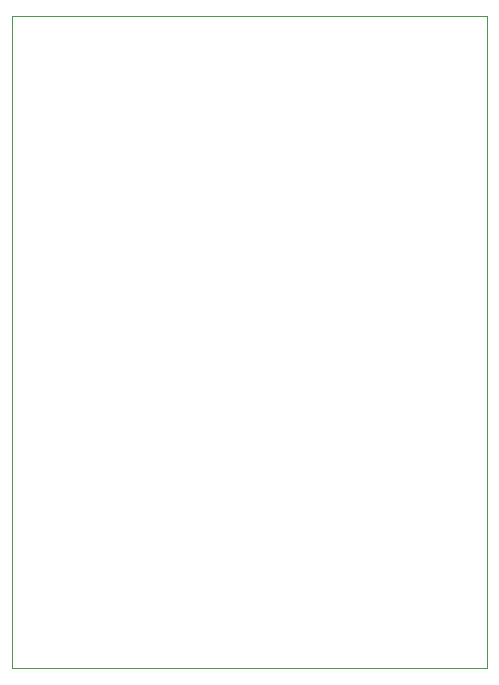
<source format=gm1>
G04 #@! TF.GenerationSoftware,KiCad,Pcbnew,(5.1.10)-1*
G04 #@! TF.CreationDate,2022-01-13T23:05:02-08:00*
G04 #@! TF.ProjectId,PI-CM4Stencil,50492d43-4d34-4537-9465-6e63696c2e6b,rev?*
G04 #@! TF.SameCoordinates,Original*
G04 #@! TF.FileFunction,Profile,NP*
%FSLAX46Y46*%
G04 Gerber Fmt 4.6, Leading zero omitted, Abs format (unit mm)*
G04 Created by KiCad (PCBNEW (5.1.10)-1) date 2022-01-13 23:05:02*
%MOMM*%
%LPD*%
G01*
G04 APERTURE LIST*
G04 #@! TA.AperFunction,Profile*
%ADD10C,0.050000*%
G04 #@! TD*
G04 APERTURE END LIST*
D10*
X168450000Y-122900000D02*
X168700000Y-122900000D01*
X168700000Y-67700000D02*
X168400000Y-67700000D01*
X168700000Y-71500000D02*
X168700000Y-67700000D01*
X164500000Y-67700000D02*
X168400000Y-67700000D01*
X128500000Y-67700000D02*
X129100000Y-67700000D01*
X128500000Y-71300000D02*
X128500000Y-67700000D01*
X131800000Y-67700000D02*
X129100000Y-67700000D01*
X168700000Y-119450000D02*
X168700000Y-122900000D01*
X165250000Y-122900000D02*
X168450000Y-122900000D01*
X128500000Y-122900000D02*
X128500000Y-122800000D01*
X131650000Y-122900000D02*
X128500000Y-122900000D01*
X128500000Y-119800000D02*
X128500000Y-122800000D01*
X128500000Y-71300000D02*
X128500000Y-119800000D01*
X165250000Y-122900000D02*
X131650000Y-122900000D01*
X168700000Y-71500000D02*
X168700000Y-119450000D01*
X164500000Y-67700000D02*
X131800000Y-67700000D01*
M02*

</source>
